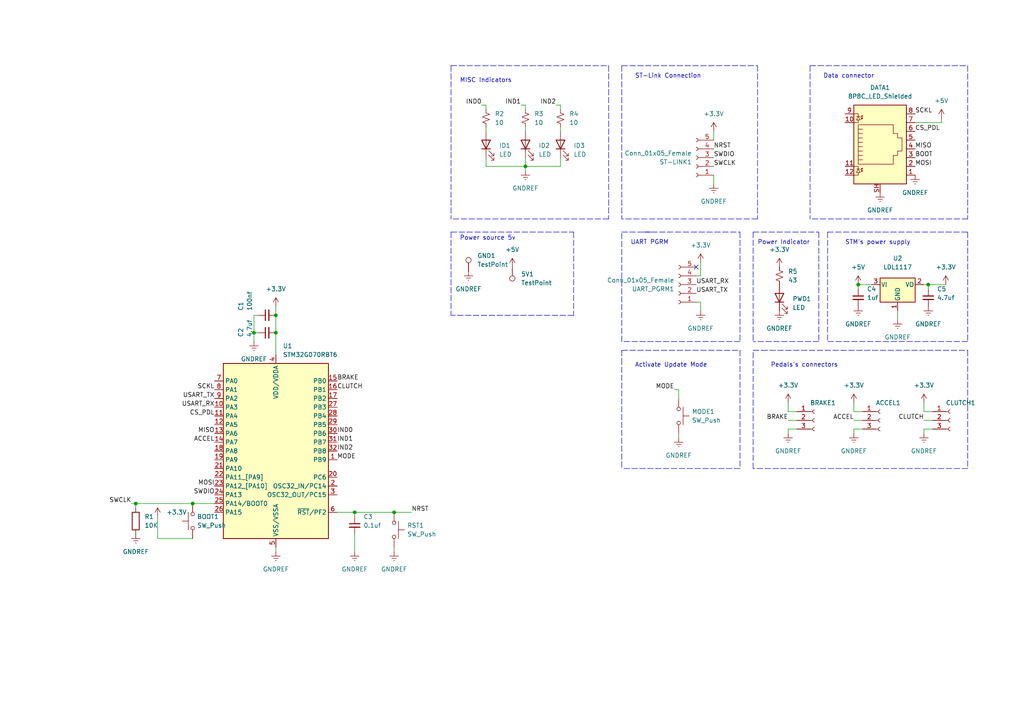
<source format=kicad_sch>
(kicad_sch (version 20211123) (generator eeschema)
  (paper "A4")
  (title_block (title "CAE32 pedals") (date "2023-01-30") (rev "1") (company "Techtep"))
  (lib_symbols
    (symbol "+5V_1" (power) (pin_names (offset 0))
      (property "Value" "+5V_1" (at 0 3.556 0))
      (symbol "+5V_1_0_1"
        (polyline (pts (xy -0.762 1.27) (xy 0 2.54)))
        (polyline (pts (xy 0 0) (xy 0 2.54)))
        (polyline (pts (xy 0 2.54) (xy 0.762 1.27)))
      )
      (symbol "+5V_1_1_1"
        (pin power_in line (at 0 0 90) (length 0) hide (name "+5V") (number "1"))
      )
    )
    (symbol "Connector:8P8C_LED_Shielded" (pin_names (offset 1.016))
      (property "Reference" "J" (at -5.08 13.97 0))
      (property "Value" "8P8C_LED_Shielded" (at 1.27 13.97 0))
      (symbol "8P8C_LED_Shielded_0_1"
        (polyline (pts (xy -7.62 -7.62) (xy -6.35 -7.62)))
        (polyline (pts (xy -7.62 -5.08) (xy -6.35 -5.08)))
        (polyline (pts (xy -7.62 7.62) (xy -6.35 7.62)))
        (polyline (pts (xy -7.62 10.16) (xy -6.35 10.16)))
        (polyline (pts (xy -6.858 -5.842) (xy -5.842 -5.842)))
        (polyline (pts (xy -6.858 9.398) (xy -5.842 9.398)))
        (polyline (pts (xy -6.35 -7.62) (xy -6.35 -6.858)))
        (polyline (pts (xy -6.35 -5.08) (xy -6.35 -5.842)))
        (polyline (pts (xy -6.35 7.62) (xy -6.35 8.382)))
        (polyline (pts (xy -6.35 10.16) (xy -6.35 9.398)))
        (polyline (pts (xy -5.08 -6.223) (xy -5.207 -6.604)))
        (polyline (pts (xy -5.08 -5.588) (xy -5.207 -5.969)))
        (polyline (pts (xy -5.08 4.445) (xy -6.35 4.445)))
        (polyline (pts (xy -5.08 5.715) (xy -6.35 5.715)))
        (polyline (pts (xy -5.08 9.017) (xy -5.207 8.636)))
        (polyline (pts (xy -5.08 9.652) (xy -5.207 9.271)))
        (polyline (pts (xy -6.35 -3.175) (xy -5.08 -3.175) (xy -5.08 -3.175)))
        (polyline (pts (xy -6.35 -1.905) (xy -5.08 -1.905) (xy -5.08 -1.905)))
        (polyline (pts (xy -6.35 -0.635) (xy -5.08 -0.635) (xy -5.08 -0.635)))
        (polyline (pts (xy -6.35 0.635) (xy -5.08 0.635) (xy -5.08 0.635)))
        (polyline (pts (xy -6.35 1.905) (xy -5.08 1.905) (xy -5.08 1.905)))
        (polyline (pts (xy -5.588 -6.731) (xy -5.08 -6.223) (xy -5.461 -6.35)))
        (polyline (pts (xy -5.588 -6.096) (xy -5.08 -5.588) (xy -5.461 -5.715)))
        (polyline (pts (xy -5.588 8.509) (xy -5.08 9.017) (xy -5.461 8.89)))
        (polyline (pts (xy -5.588 9.144) (xy -5.08 9.652) (xy -5.461 9.525)))
        (polyline (pts (xy -5.08 3.175) (xy -6.35 3.175) (xy -6.35 3.175)))
        (polyline (pts (xy -6.35 -5.842) (xy -6.858 -6.858) (xy -5.842 -6.858) (xy -6.35 -5.842)))
        (polyline (pts (xy -6.35 9.398) (xy -6.858 8.382) (xy -5.842 8.382) (xy -6.35 9.398)))
        (polyline (pts (xy -6.35 -4.445) (xy -6.35 6.985) (xy 3.81 6.985) (xy 3.81 4.445) (xy 5.08 4.445) (xy 5.08 3.175) (xy 6.35 3.175) (xy 6.35 -0.635) (xy 5.08 -0.635) (xy 5.08 -1.905) (xy 3.81 -1.905) (xy 3.81 -4.445) (xy -6.35 -4.445) (xy -6.35 -4.445)))
        (rectangle (start 7.62 12.7) (end -7.62 -10.16) (stroke (width 0.254)) (fill (type background)))
      )
      (symbol "8P8C_LED_Shielded_1_1"
        (pin passive line (at 10.16 -7.62 180) (length 2.54) (name "~") (number "1"))
        (pin passive line (at -10.16 7.62 0) (length 2.54) (name "~") (number "10"))
        (pin passive line (at -10.16 -5.08 0) (length 2.54) (name "~") (number "11"))
        (pin passive line (at -10.16 -7.62 0) (length 2.54) (name "~") (number "12"))
        (pin passive line (at 10.16 -5.08 180) (length 2.54) (name "~") (number "2"))
        (pin passive line (at 10.16 -2.54 180) (length 2.54) (name "~") (number "3"))
        (pin passive line (at 10.16 0 180) (length 2.54) (name "~") (number "4"))
        (pin passive line (at 10.16 2.54 180) (length 2.54) (name "~") (number "5"))
        (pin passive line (at 10.16 5.08 180) (length 2.54) (name "~") (number "6"))
        (pin passive line (at 10.16 7.62 180) (length 2.54) (name "~") (number "7"))
        (pin passive line (at 10.16 10.16 180) (length 2.54) (name "~") (number "8"))
        (pin passive line (at -10.16 10.16 0) (length 2.54) (name "~") (number "9"))
        (pin passive line (at 0 -12.7 90) (length 2.54) (name "~") (number "SH"))
      )
    )
    (symbol "Connector:Conn_01x03_Female" (pin_names (offset 1.016) hide)
      (property "Reference" "J" (at 0 5.08 0))
      (property "Value" "Conn_01x03_Female" (at 0 -5.08 0))
      (symbol "Conn_01x03_Female_1_1"
        (arc (start 0 -2.032) (mid -0.508 -2.54) (end 0 -3.048) (stroke (width 0.1524)))
        (polyline (pts (xy -1.27 -2.54) (xy -0.508 -2.54)) (stroke (width 0.1524)))
        (polyline (pts (xy -1.27 0) (xy -0.508 0)) (stroke (width 0.1524)))
        (polyline (pts (xy -1.27 2.54) (xy -0.508 2.54)) (stroke (width 0.1524)))
        (arc (start 0 0.508) (mid -0.508 0) (end 0 -0.508) (stroke (width 0.1524)))
        (arc (start 0 3.048) (mid -0.508 2.54) (end 0 2.032) (stroke (width 0.1524)))
        (pin passive line (at -5.08 2.54 0) (length 3.81) (name "Pin_1") (number "1"))
        (pin passive line (at -5.08 0 0) (length 3.81) (name "Pin_2") (number "2"))
        (pin passive line (at -5.08 -2.54 0) (length 3.81) (name "Pin_3") (number "3"))
      )
    )
    (symbol "Connector:Conn_01x05_Female" (pin_names (offset 1.016) hide)
      (property "Reference" "J" (at 0 7.62 0))
      (property "Value" "Conn_01x05_Female" (at 0 -7.62 0))
      (symbol "Conn_01x05_Female_1_1"
        (arc (start 0 -4.572) (mid -0.508 -5.08) (end 0 -5.588) (stroke (width 0.1524)))
        (arc (start 0 -2.032) (mid -0.508 -2.54) (end 0 -3.048) (stroke (width 0.1524)))
        (polyline (pts (xy -1.27 -5.08) (xy -0.508 -5.08)) (stroke (width 0.1524)))
        (polyline (pts (xy -1.27 -2.54) (xy -0.508 -2.54)) (stroke (width 0.1524)))
        (polyline (pts (xy -1.27 0) (xy -0.508 0)) (stroke (width 0.1524)))
        (polyline (pts (xy -1.27 2.54) (xy -0.508 2.54)) (stroke (width 0.1524)))
        (polyline (pts (xy -1.27 5.08) (xy -0.508 5.08)) (stroke (width 0.1524)))
        (arc (start 0 0.508) (mid -0.508 0) (end 0 -0.508) (stroke (width 0.1524)))
        (arc (start 0 3.048) (mid -0.508 2.54) (end 0 2.032) (stroke (width 0.1524)))
        (arc (start 0 5.588) (mid -0.508 5.08) (end 0 4.572) (stroke (width 0.1524)))
        (pin passive line (at -5.08 5.08 0) (length 3.81) (name "Pin_1") (number "1"))
        (pin passive line (at -5.08 2.54 0) (length 3.81) (name "Pin_2") (number "2"))
        (pin passive line (at -5.08 0 0) (length 3.81) (name "Pin_3") (number "3"))
        (pin passive line (at -5.08 -2.54 0) (length 3.81) (name "Pin_4") (number "4"))
        (pin passive line (at -5.08 -5.08 0) (length 3.81) (name "Pin_5") (number "5"))
      )
    )
    (symbol "Connector:TestPoint" (pin_numbers hide) (pin_names (offset 0.762) hide)
      (property "Reference" "TP" (at 0 6.858 0))
      (property "Value" "TestPoint" (at 0 5.08 0))
      (symbol "TestPoint_0_1"
        (circle (center 0 3.302) (radius 0.762))
      )
      (symbol "TestPoint_1_1"
        (pin passive line (at 0 0 90) (length 2.54) (name "1") (number "1"))
      )
    )
    (symbol "Device:C_Small" (pin_numbers hide) (pin_names (offset 0.254) hide)
      (property "Reference" "C" (at 0.254 1.778 0))
      (property "Value" "C_Small" (at 0.254 -2.032 0))
      (symbol "C_Small_0_1"
        (polyline (pts (xy -1.524 -0.508) (xy 1.524 -0.508)) (stroke (width 0.3302)))
        (polyline (pts (xy -1.524 0.508) (xy 1.524 0.508)) (stroke (width 0.3048)))
      )
      (symbol "C_Small_1_1"
        (pin passive line (at 0 2.54 270) (length 2.032) (name "~") (number "1"))
        (pin passive line (at 0 -2.54 90) (length 2.032) (name "~") (number "2"))
      )
    )
    (symbol "Device:LED" (pin_numbers hide) (pin_names (offset 1.016) hide)
      (property "Reference" "D" (at 0 2.54 0))
      (property "Value" "LED" (at 0 -2.54 0))
      (symbol "LED_0_1"
        (polyline (pts (xy -1.27 -1.27) (xy -1.27 1.27)) (stroke (width 0.254)))
        (polyline (pts (xy -1.27 0) (xy 1.27 0)))
        (polyline (pts (xy 1.27 -1.27) (xy 1.27 1.27) (xy -1.27 0) (xy 1.27 -1.27)) (stroke (width 0.254)))
        (polyline (pts (xy -3.048 -0.762) (xy -4.572 -2.286) (xy -3.81 -2.286) (xy -4.572 -2.286) (xy -4.572 -1.524)))
        (polyline (pts (xy -1.778 -0.762) (xy -3.302 -2.286) (xy -2.54 -2.286) (xy -3.302 -2.286) (xy -3.302 -1.524)))
      )
      (symbol "LED_1_1"
        (pin passive line (at -3.81 0 0) (length 2.54) (name "K") (number "1"))
        (pin passive line (at 3.81 0 180) (length 2.54) (name "A") (number "2"))
      )
    )
    (symbol "Device:R" (pin_numbers hide) (pin_names (offset 0))
      (property "Reference" "R" (at 2.032 0 90))
      (property "Value" "R" (at 0 0 90))
      (symbol "R_0_1"
        (rectangle (start -1.016 -2.54) (end 1.016 2.54) (stroke (width 0.254)))
      )
      (symbol "R_1_1"
        (pin passive line (at 0 3.81 270) (length 1.27) (name "~") (number "1"))
        (pin passive line (at 0 -3.81 90) (length 1.27) (name "~") (number "2"))
      )
    )
    (symbol "Device:R_Small_US" (pin_numbers hide) (pin_names (offset 0.254) hide)
      (property "Reference" "R" (at 0.762 0.508 0))
      (property "Value" "R_Small_US" (at 0.762 -1.016 0))
      (symbol "R_Small_US_1_1"
        (polyline (pts (xy 0 0) (xy 1.016 -0.381) (xy 0 -0.762) (xy -1.016 -1.143) (xy 0 -1.524)))
        (polyline (pts (xy 0 1.524) (xy 1.016 1.143) (xy 0 0.762) (xy -1.016 0.381) (xy 0 0)))
        (pin passive line (at 0 2.54 270) (length 1.016) (name "~") (number "1"))
        (pin passive line (at 0 -2.54 90) (length 1.016) (name "~") (number "2"))
      )
    )
    (symbol "GNDREF_1" (power) (pin_names (offset 0))
      (property "Value" "GNDREF_1" (at 0 -3.81 0))
      (symbol "GNDREF_1_0_1"
        (polyline (pts (xy -0.635 -1.905) (xy 0.635 -1.905)))
        (polyline (pts (xy -0.127 -2.54) (xy 0.127 -2.54)))
        (polyline (pts (xy 0 -1.27) (xy 0 0)))
        (polyline (pts (xy 1.27 -1.27) (xy -1.27 -1.27)))
      )
      (symbol "GNDREF_1_1_1"
        (pin power_in line (at 0 0 270) (length 0) hide (name "GNDREF") (number "1"))
      )
    )
    (symbol "MCU_ST_STM32G0:STM32G071KxT"
      (property "Reference" "U" (at -15.24 26.67 0))
      (property "Value" "STM32G071KxT" (at 1.27 26.67 0))
      (symbol "STM32G071KxT_0_1"
        (rectangle (start -15.24 -25.4) (end 15.24 25.4) (stroke (width 0.254)) (fill (type background)))
      )
      (symbol "STM32G071KxT_1_1"
        (pin bidirectional line (at 17.78 -2.54 180) (length 2.54) (name "PB9") (number "1"))
        (pin bidirectional line (at -17.78 12.7 0) (length 2.54) (name "PA3") (number "10"))
        (pin bidirectional line (at -17.78 10.16 0) (length 2.54) (name "PA4") (number "11"))
        (pin bidirectional line (at -17.78 7.62 0) (length 2.54) (name "PA5") (number "12"))
        (pin bidirectional line (at -17.78 5.08 0) (length 2.54) (name "PA6") (number "13"))
        (pin bidirectional line (at -17.78 2.54 0) (length 2.54) (name "PA7") (number "14"))
        (pin bidirectional line (at 17.78 20.32 180) (length 2.54) (name "PB0") (number "15"))
        (pin bidirectional line (at 17.78 17.78 180) (length 2.54) (name "PB1") (number "16"))
        (pin bidirectional line (at 17.78 15.24 180) (length 2.54) (name "PB2") (number "17"))
        (pin bidirectional line (at -17.78 0 0) (length 2.54) (name "PA8") (number "18"))
        (pin bidirectional line (at -17.78 -2.54 0) (length 2.54) (name "PA9") (number "19"))
        (pin bidirectional line (at 17.78 -10.16 180) (length 2.54) (name "OSC32_IN/PC14") (number "2"))
        (pin bidirectional line (at 17.78 -7.62 180) (length 2.54) (name "PC6") (number "20"))
        (pin bidirectional line (at -17.78 -5.08 0) (length 2.54) (name "PA10") (number "21"))
        (pin bidirectional line (at -17.78 -7.62 0) (length 2.54) (name "PA11_[PA9]") (number "22"))
        (pin bidirectional line (at -17.78 -10.16 0) (length 2.54) (name "PA12_[PA10]") (number "23"))
        (pin bidirectional line (at -17.78 -12.7 0) (length 2.54) (name "PA13") (number "24"))
        (pin bidirectional line (at -17.78 -15.24 0) (length 2.54) (name "PA14/BOOT0") (number "25"))
        (pin bidirectional line (at -17.78 -17.78 0) (length 2.54) (name "PA15") (number "26"))
        (pin bidirectional line (at 17.78 12.7 180) (length 2.54) (name "PB3") (number "27"))
        (pin bidirectional line (at 17.78 10.16 180) (length 2.54) (name "PB4") (number "28"))
        (pin bidirectional line (at 17.78 7.62 180) (length 2.54) (name "PB5") (number "29"))
        (pin bidirectional line (at 17.78 -12.7 180) (length 2.54) (name "OSC32_OUT/PC15") (number "3"))
        (pin bidirectional line (at 17.78 5.08 180) (length 2.54) (name "PB6") (number "30"))
        (pin bidirectional line (at 17.78 2.54 180) (length 2.54) (name "PB7") (number "31"))
        (pin bidirectional line (at 17.78 0 180) (length 2.54) (name "PB8") (number "32"))
        (pin power_in line (at 0 27.94 270) (length 2.54) (name "VDD/VDDA") (number "4"))
        (pin power_in line (at 0 -27.94 90) (length 2.54) (name "VSS/VSSA") (number "5"))
        (pin bidirectional line (at 17.78 -17.78 180) (length 2.54) (name "~{RST}/PF2") (number "6"))
        (pin bidirectional line (at -17.78 20.32 0) (length 2.54) (name "PA0") (number "7"))
        (pin bidirectional line (at -17.78 17.78 0) (length 2.54) (name "PA1") (number "8"))
        (pin bidirectional line (at -17.78 15.24 0) (length 2.54) (name "PA2") (number "9"))
      )
    )
    (symbol "Regulator_Linear:AP1117-33" (pin_names (offset 0.254))
      (property "Reference" "U" (at -3.81 3.175 0))
      (property "Value" "AP1117-33" (at 0 3.175 0))
      (symbol "AP1117-33_0_1"
        (rectangle (start -5.08 -5.08) (end 5.08 1.905) (stroke (width 0.254)) (fill (type background)))
      )
      (symbol "AP1117-33_1_1"
        (pin power_in line (at 0 -7.62 90) (length 2.54) (name "GND") (number "1"))
        (pin power_out line (at 7.62 0 180) (length 2.54) (name "VO") (number "2"))
        (pin power_in line (at -7.62 0 0) (length 2.54) (name "VI") (number "3"))
      )
    )
    (symbol "Switch:SW_Push" (pin_numbers hide) (pin_names (offset 1.016) hide)
      (property "Reference" "SW" (at 1.27 2.54 0))
      (property "Value" "SW_Push" (at 0 -1.524 0))
      (symbol "SW_Push_0_1"
        (circle (center -2.032 0) (radius 0.508))
        (polyline (pts (xy 0 1.27) (xy 0 3.048)))
        (polyline (pts (xy 2.54 1.27) (xy -2.54 1.27)))
        (circle (center 2.032 0) (radius 0.508))
        (pin passive line (at -5.08 0 0) (length 2.54) (name "1") (number "1"))
        (pin passive line (at 5.08 0 180) (length 2.54) (name "2") (number "2"))
      )
    )
    (symbol "power:+3.3V" (power) (pin_names (offset 0))
      (property "Value" "+3.3V" (at 0 3.556 0))
      (symbol "+3.3V_0_1"
        (polyline (pts (xy -0.762 1.27) (xy 0 2.54)))
        (polyline (pts (xy 0 0) (xy 0 2.54)))
        (polyline (pts (xy 0 2.54) (xy 0.762 1.27)))
      )
      (symbol "+3.3V_1_1"
        (pin power_in line (at 0 0 90) (length 0) hide (name "+3.3V") (number "1"))
      )
    )
    (symbol "power:+5V" (power) (pin_names (offset 0))
      (property "Value" "+5V" (at 0 3.556 0))
      (symbol "+5V_0_1"
        (polyline (pts (xy -0.762 1.27) (xy 0 2.54)))
        (polyline (pts (xy 0 0) (xy 0 2.54)))
        (polyline (pts (xy 0 2.54) (xy 0.762 1.27)))
      )
      (symbol "+5V_1_1"
        (pin power_in line (at 0 0 90) (length 0) hide (name "+5V") (number "1"))
      )
    )
    (symbol "power:GNDREF" (power) (pin_names (offset 0))
      (property "Value" "GNDREF" (at 0 -3.81 0))
      (symbol "GNDREF_0_1"
        (polyline (pts (xy -0.635 -1.905) (xy 0.635 -1.905)))
        (polyline (pts (xy -0.127 -2.54) (xy 0.127 -2.54)))
        (polyline (pts (xy 0 -1.27) (xy 0 0)))
        (polyline (pts (xy 1.27 -1.27) (xy -1.27 -1.27)))
      )
      (symbol "GNDREF_1_1"
        (pin power_in line (at 0 0 270) (length 0) hide (name "GNDREF") (number "1"))
      )
    )
  )
  (junction (at 80.01 91.44))
  (junction (at 114.3 148.59))
  (junction (at 269.24 82.55))
  (junction (at 39.37 146.05))
  (junction (at 55.88 146.05))
  (junction (at 102.87 148.59))
  (junction (at 248.92 82.55))
  (junction (at 80.01 96.52))
  (junction (at 152.4 48.26))
  (junction (at 73.66 96.52))
  (no_connect (at 201.93 77.47))
  (wire (pts (xy 152.4 36.83) (xy 152.4 38.1)))
  (wire (pts (xy 269.24 82.55) (xy 269.24 83.82)))
  (wire (pts (xy 196.85 113.03) (xy 196.85 115.57)))
  (wire (pts (xy 162.56 31.75) (xy 162.56 30.48)))
  (polyline (pts (xy 218.44 101.6) (xy 220.98 101.6)))
  (wire (pts (xy 162.56 36.83) (xy 162.56 38.1)))
  (wire (pts (xy 39.37 146.05) (xy 55.88 146.05)))
  (polyline (pts (xy 180.34 67.31) (xy 189.23 67.31)))
  (polyline (pts (xy 166.37 67.31) (xy 166.37 91.44)))
  (polyline (pts (xy 218.44 67.31) (xy 218.44 99.06)))
  (polyline (pts (xy 214.63 101.6) (xy 214.63 135.89)))
  (wire (pts (xy 269.24 82.55) (xy 274.32 82.55)))
  (polyline (pts (xy 180.34 19.05) (xy 180.34 63.5)))
  (wire (pts (xy 195.58 113.03) (xy 196.85 113.03)))
  (wire (pts (xy 203.2 90.17) (xy 203.2 87.63)))
  (wire (pts (xy 267.97 119.38) (xy 270.51 119.38)))
  (wire (pts (xy 247.65 116.84) (xy 247.65 119.38)))
  (wire (pts (xy 140.97 31.75) (xy 140.97 30.48)))
  (wire (pts (xy 74.93 91.44) (xy 73.66 91.44)))
  (wire (pts (xy 80.01 91.44) (xy 80.01 96.52)))
  (wire (pts (xy 140.97 36.83) (xy 140.97 38.1)))
  (wire (pts (xy 247.65 124.46) (xy 250.19 124.46)))
  (wire (pts (xy 203.2 80.01) (xy 203.2 76.2)))
  (wire (pts (xy 140.97 45.72) (xy 140.97 48.26)))
  (wire (pts (xy 80.01 96.52) (xy 80.01 102.87)))
  (polyline (pts (xy 180.34 101.6) (xy 214.63 101.6)))
  (polyline (pts (xy 234.95 19.05) (xy 234.95 63.5)))
  (polyline (pts (xy 234.95 19.05) (xy 280.67 19.05)))
  (wire (pts (xy 152.4 30.48) (xy 151.13 30.48)))
  (polyline (pts (xy 280.67 135.89) (xy 218.44 135.89)))
  (polyline (pts (xy 240.03 67.31) (xy 280.67 67.31)))
  (wire (pts (xy 228.6 125.73) (xy 228.6 124.46)))
  (wire (pts (xy 207.01 38.1) (xy 207.01 40.64)))
  (wire (pts (xy 196.85 125.73) (xy 196.85 127)))
  (wire (pts (xy 267.97 125.73) (xy 267.97 124.46)))
  (polyline (pts (xy 180.34 99.06) (xy 180.34 67.31)))
  (wire (pts (xy 260.35 90.17) (xy 260.35 92.71)))
  (polyline (pts (xy 219.71 19.05) (xy 219.71 63.5)))
  (polyline (pts (xy 218.44 67.31) (xy 237.49 67.31)))
  (polyline (pts (xy 280.67 19.05) (xy 280.67 63.5)))
  (polyline (pts (xy 219.71 63.5) (xy 180.34 63.5)))
  (polyline (pts (xy 180.34 19.05) (xy 219.71 19.05)))
  (wire (pts (xy 228.6 116.84) (xy 228.6 119.38)))
  (wire (pts (xy 140.97 30.48) (xy 139.7 30.48)))
  (wire (pts (xy 114.3 148.59) (xy 119.38 148.59)))
  (wire (pts (xy 247.65 119.38) (xy 250.19 119.38)))
  (wire (pts (xy 73.66 91.44) (xy 73.66 96.52)))
  (wire (pts (xy 267.97 124.46) (xy 270.51 124.46)))
  (wire (pts (xy 73.66 96.52) (xy 74.93 96.52)))
  (polyline (pts (xy 130.81 19.05) (xy 130.81 63.5)))
  (wire (pts (xy 55.88 156.21) (xy 45.72 156.21)))
  (wire (pts (xy 102.87 154.94) (xy 102.87 160.02)))
  (polyline (pts (xy 240.03 67.31) (xy 240.03 99.06)))
  (wire (pts (xy 267.97 116.84) (xy 267.97 119.38)))
  (wire (pts (xy 162.56 48.26) (xy 152.4 48.26)))
  (polyline (pts (xy 186.69 67.31) (xy 214.63 67.31)))
  (polyline (pts (xy 280.67 101.6) (xy 280.67 135.89)))
  (wire (pts (xy 80.01 158.75) (xy 80.01 160.02)))
  (wire (pts (xy 228.6 124.46) (xy 231.14 124.46)))
  (polyline (pts (xy 280.67 67.31) (xy 280.67 99.06)))
  (polyline (pts (xy 166.37 91.44) (xy 130.81 91.44)))
  (wire (pts (xy 140.97 48.26) (xy 152.4 48.26)))
  (wire (pts (xy 38.1 146.05) (xy 39.37 146.05)))
  (polyline (pts (xy 130.81 67.31) (xy 130.81 91.44)))
  (wire (pts (xy 273.05 34.29) (xy 273.05 35.56)))
  (polyline (pts (xy 237.49 67.31) (xy 237.49 99.06)))
  (polyline (pts (xy 214.63 135.89) (xy 180.34 135.89)))
  (polyline (pts (xy 214.63 67.31) (xy 214.63 99.06)))
  (wire (pts (xy 273.05 35.56) (xy 265.43 35.56)))
  (wire (pts (xy 152.4 45.72) (xy 152.4 48.26)))
  (wire (pts (xy 162.56 45.72) (xy 162.56 48.26)))
  (wire (pts (xy 228.6 119.38) (xy 231.14 119.38)))
  (wire (pts (xy 152.4 48.26) (xy 152.4 49.53)))
  (polyline (pts (xy 130.81 19.05) (xy 176.53 19.05)))
  (polyline (pts (xy 130.81 67.31) (xy 166.37 67.31)))
  (polyline (pts (xy 280.67 99.06) (xy 240.03 99.06)))
  (wire (pts (xy 162.56 30.48) (xy 161.29 30.48)))
  (wire (pts (xy 102.87 148.59) (xy 114.3 148.59)))
  (wire (pts (xy 267.97 82.55) (xy 269.24 82.55)))
  (wire (pts (xy 267.97 121.92) (xy 270.51 121.92)))
  (wire (pts (xy 73.66 99.06) (xy 73.66 96.52)))
  (wire (pts (xy 228.6 121.92) (xy 231.14 121.92)))
  (polyline (pts (xy 176.53 63.5) (xy 130.81 63.5)))
  (wire (pts (xy 97.79 148.59) (xy 102.87 148.59)))
  (polyline (pts (xy 220.98 101.6) (xy 280.67 101.6)))
  (wire (pts (xy 114.3 158.75) (xy 114.3 160.02)))
  (wire (pts (xy 102.87 148.59) (xy 102.87 149.86)))
  (wire (pts (xy 248.92 82.55) (xy 252.73 82.55)))
  (wire (pts (xy 152.4 31.75) (xy 152.4 30.48)))
  (wire (pts (xy 248.92 82.55) (xy 248.92 83.82)))
  (wire (pts (xy 45.72 156.21) (xy 45.72 149.86)))
  (polyline (pts (xy 214.63 99.06) (xy 180.34 99.06)))
  (wire (pts (xy 247.65 121.92) (xy 250.19 121.92)))
  (polyline (pts (xy 180.34 101.6) (xy 180.34 104.14)))
  (wire (pts (xy 39.37 146.05) (xy 39.37 147.32)))
  (wire (pts (xy 201.93 80.01) (xy 203.2 80.01)))
  (polyline (pts (xy 180.34 104.14) (xy 180.34 135.89)))
  (wire (pts (xy 80.01 88.9) (xy 80.01 91.44)))
  (polyline (pts (xy 237.49 99.06) (xy 218.44 99.06)))
  (wire (pts (xy 247.65 125.73) (xy 247.65 124.46)))
  (polyline (pts (xy 218.44 135.89) (xy 218.44 101.6)))
  (wire (pts (xy 203.2 87.63) (xy 201.93 87.63)))
  (wire (pts (xy 207.01 50.8) (xy 207.01 53.34)))
  (polyline (pts (xy 176.53 19.05) (xy 176.53 63.5)))
  (wire (pts (xy 55.88 146.05) (xy 62.23 146.05)))
  (polyline (pts (xy 280.67 63.5) (xy 234.95 63.5)))
  (text "ST-Link Connection" (at 184.15 22.86 0) (effects (font (size 1.27 1.27)) (justify left bottom)))
  (text "STM's power supply" (at 245.11 71.12 0) (effects (font (size 1.27 1.27)) (justify left bottom)))
  (text "Pedals's connectors" (at 223.52 106.68 0) (effects (font (size 1.27 1.27)) (justify left bottom)))
  (text "Activate Update Mode" (at 184.15 106.68 0) (effects (font (size 1.27 1.27)) (justify left bottom)))
  (text "Power source 5v\n" (at 133.35 69.85 0) (effects (font (size 1.27 1.27)) (justify left bottom)))
  (text "MISC Indicators" (at 133.35 24.13 0) (effects (font (size 1.27 1.27)) (justify left bottom)))
  (text "Power Indicator" (at 219.71 71.12 0) (effects (font (size 1.27 1.27)) (justify left bottom)))
  (text "UART PGRM\n" (at 182.88 71.12 0) (effects (font (size 1.27 1.27)) (justify left bottom)))
  (text "Data connector" (at 238.76 22.86 0) (effects (font (size 1.27 1.27)) (justify left bottom)))
  (label "SWDIO" (at 62.23 143.51 180))
  (label "NRST" (at 207.01 43.18 0))
  (label "MODE" (at 195.58 113.03 180))
  (label "IND0" (at 139.7 30.48 180))
  (label "MOSI" (at 62.23 140.97 180))
  (label "CS_PDL" (at 265.43 38.1 0))
  (label "BRAKE" (at 97.79 110.49 0))
  (label "SWCLK" (at 38.1 146.05 180))
  (label "BRAKE" (at 228.6 121.92 180))
  (label "SCKL" (at 62.23 113.03 180))
  (label "IND2" (at 97.79 130.81 0))
  (label "ACCEL" (at 62.23 128.27 180))
  (label "CLUTCH" (at 97.79 113.03 0))
  (label "ACCEL" (at 247.65 121.92 180))
  (label "SWDIO" (at 207.01 45.72 0))
  (label "SCKL" (at 265.43 33.02 0))
  (label "NRST" (at 119.38 148.59 0))
  (label "MISO" (at 265.43 43.18 0))
  (label "MODE" (at 97.79 133.35 0))
  (label "CS_PDL" (at 62.23 120.65 180))
  (label "MOSI" (at 265.43 48.26 0))
  (label "USART_TX" (at 201.93 85.09 0))
  (label "USART_TX" (at 62.23 115.57 180))
  (label "IND0" (at 97.79 125.73 0))
  (label "IND2" (at 161.29 30.48 180))
  (label "SWCLK" (at 207.01 48.26 0))
  (label "CLUTCH" (at 267.97 121.92 180))
  (label "USART_RX" (at 201.93 82.55 0))
  (label "IND1" (at 97.79 128.27 0))
  (label "IND1" (at 151.13 30.48 180))
  (label "BOOT" (at 265.43 45.72 0))
  (label "USART_RX" (at 62.23 118.11 180))
  (label "MISO" (at 62.23 125.73 180))
  (symbol (lib_id "power:GNDREF") (at 207.01 53.34 0) (unit 1)
    (property "Reference" "#PWR013" (effects hide))
    (property "Value" "GNDREF" (at 207.01 58.42 0))
  )
  (symbol (lib_id "power:+3.3V") (at 226.06 77.47 0) (unit 1)
    (property "Reference" "#PWR014" (effects hide))
    (property "Value" "+3.3V" (at 226.06 72.39 0))
  )
  (symbol (lib_id "Device:R_Small_US") (at 162.56 34.29 0) (unit 1)
    (property "Reference" "R4" (at 165.1 33.0199 0) (effects (justify left)))
    (property "Value" "10" (at 165.1 35.5599 0) (effects (justify left)))
    (property "Footprint" "Resistor_SMD:R_0805_2012Metric_Pad1.20x1.40mm_HandSolder" (effects hide))
  )
  (symbol (lib_id "power:GNDREF") (at 114.3 160.02 0) (unit 1)
    (property "Reference" "#PWR07" (effects hide))
    (property "Value" "GNDREF" (at 114.3 165.1 0))
  )
  (symbol (lib_id "power:GNDREF") (at 269.24 88.9 0) (unit 1)
    (property "Reference" "#PWR028" (effects hide))
    (property "Value" "GNDREF" (at 269.24 93.98 0))
  )
  (symbol (lib_id "Regulator_Linear:AP1117-33") (at 260.35 82.55 0) (unit 1)
    (property "Reference" "U2" (at 260.35 74.93 0))
    (property "Value" "LDL1117" (at 260.35 77.47 0))
    (property "Footprint" "Package_TO_SOT_SMD:SOT-223-3_TabPin2" (effects hide))
    (property "Datasheet" "http://www.diodes.com/datasheets/AP1117.pdf" (effects hide))
  )
  (symbol (lib_id "Device:LED") (at 152.4 41.91 90) (unit 1)
    (property "Reference" "ID2" (at 156.21 42.2274 90) (effects (justify right)))
    (property "Value" "LED" (at 156.21 44.7674 90) (effects (justify right)))
    (property "Footprint" "LED_SMD:LED_0805_2012Metric_Pad1.15x1.40mm_HandSolder" (effects hide))
  )
  (symbol (lib_id "power:GNDREF") (at 80.01 160.02 0) (unit 1)
    (property "Reference" "#PWR05" (effects hide))
    (property "Value" "GNDREF" (at 80.01 165.1 0))
  )
  (symbol (lib_id "Device:C_Small") (at 269.24 86.36 0) (unit 1)
    (property "Reference" "C5" (at 271.78 83.82 0) (effects (justify left)))
    (property "Value" "4.7uf" (at 271.78 86.36 0) (effects (justify left)))
    (property "Footprint" "Capacitor_SMD:C_0805_2012Metric_Pad1.18x1.45mm_HandSolder" (effects hide))
  )
  (symbol (lib_id "Device:R_Small_US") (at 226.06 80.01 0) (unit 1)
    (property "Reference" "R5" (at 228.6 78.7399 0) (effects (justify left)))
    (property "Value" "43" (at 228.6 81.2799 0) (effects (justify left)))
    (property "Footprint" "Resistor_SMD:R_0805_2012Metric_Pad1.20x1.40mm_HandSolder" (effects hide))
  )
  (symbol (lib_id "Switch:SW_Push") (at 114.3 153.67 270) (unit 1)
    (property "Reference" "RST1" (at 118.11 152.3999 90) (effects (justify left)))
    (property "Value" "SW_Push" (at 118.11 154.9399 90) (effects (justify left)))
    (property "Footprint" "Button_Switch_SMD:Panasonic_EVQPUM_EVQPUD" (effects hide))
  )
  (symbol (lib_id "Connector:8P8C_LED_Shielded") (at 255.27 43.18 0) (unit 1)
    (property "Reference" "DATA1" (at 255.27 25.4 0))
    (property "Value" "8P8C_LED_Shielded" (at 255.27 27.94 0))
    (property "Footprint" "Connector_RJ:RJ45_Amphenol_RJHSE538X" (effects hide))
  )
  (symbol (lib_id "power:+5V") (at 248.92 82.55 0) (mirror y) (unit 1)
    (property "Reference" "#PWR020" (effects hide))
    (property "Value" "+5V" (at 248.92 77.47 0))
  )
  (symbol (lib_id "power:+3.3V") (at 274.32 82.55 0) (unit 1)
    (property "Reference" "#PWR030" (effects hide))
    (property "Value" "+3.3V" (at 274.32 77.47 0))
  )
  (symbol (lib_id "Device:LED") (at 162.56 41.91 90) (unit 1)
    (property "Reference" "ID3" (at 166.37 42.2274 90) (effects (justify right)))
    (property "Value" "LED" (at 166.37 44.7674 90) (effects (justify right)))
    (property "Footprint" "LED_SMD:LED_0805_2012Metric_Pad1.15x1.40mm_HandSolder" (effects hide))
  )
  (symbol (lib_id "power:GNDREF") (at 196.85 127 0) (unit 1)
    (property "Reference" "#PWR09" (effects hide))
    (property "Value" "GNDREF" (at 196.85 132.08 0))
  )
  (symbol (lib_id "power:+3.3V") (at 203.2 76.2 0) (unit 1)
    (property "Reference" "#PWR010" (effects hide))
    (property "Value" "+3.3V" (at 203.2 71.12 0))
  )
  (symbol (lib_id "power:GNDREF") (at 247.65 125.73 0) (unit 1)
    (property "Reference" "#PWR019" (effects hide))
    (property "Value" "GNDREF" (at 247.65 130.81 0))
  )
  (symbol (lib_id "Device:C_Small") (at 77.47 91.44 90) (unit 1)
    (property "Reference" "C1" (at 69.85 90.17 0) (effects (justify left)))
    (property "Value" "100nf" (at 72.39 90.17 0) (effects (justify left)))
    (property "Footprint" "Capacitor_SMD:C_0805_2012Metric_Pad1.18x1.45mm_HandSolder" (effects hide))
  )
  (symbol (lib_id "power:+3.3V") (at 207.01 38.1 0) (unit 1)
    (property "Reference" "#PWR012" (effects hide))
    (property "Value" "+3.3V" (at 207.01 33.02 0))
  )
  (symbol (lib_id "power:GNDREF") (at 226.06 90.17 0) (unit 1)
    (property "Reference" "#PWR015" (effects hide))
    (property "Value" "GNDREF" (at 226.06 95.25 0))
  )
  (symbol (lib_id "power:+3.3V") (at 228.6 116.84 0) (unit 1)
    (property "Reference" "#PWR016" (effects hide))
    (property "Value" "+3.3V" (at 228.6 111.76 0))
  )
  (symbol (lib_id "power:GNDREF") (at 255.27 55.88 0) (unit 1)
    (property "Reference" "#PWR022" (effects hide))
    (property "Value" "GNDREF" (at 255.27 60.96 0))
  )
  (symbol (lib_id "power:GNDREF") (at 228.6 125.73 0) (unit 1)
    (property "Reference" "#PWR017" (effects hide))
    (property "Value" "GNDREF" (at 228.6 130.81 0))
  )
  (symbol (lib_id "Device:R_Small_US") (at 152.4 34.29 0) (unit 1)
    (property "Reference" "R3" (at 154.94 33.0199 0) (effects (justify left)))
    (property "Value" "10" (at 154.94 35.5599 0) (effects (justify left)))
    (property "Footprint" "Resistor_SMD:R_0805_2012Metric_Pad1.20x1.40mm_HandSolder" (effects hide))
  )
  (symbol (lib_id "power:+5V") (at 273.05 34.29 0) (unit 1)
    (property "Reference" "#PWR029" (effects hide))
    (property "Value" "+5V" (at 273.05 29.21 0))
  )
  (symbol (lib_id "power:GNDREF") (at 265.43 50.8 0) (unit 1)
    (property "Reference" "#PWR025" (effects hide))
    (property "Value" "GNDREF" (at 265.43 55.88 0))
  )
  (symbol (lib_id "Device:LED") (at 140.97 41.91 90) (unit 1)
    (property "Reference" "ID1" (at 144.78 42.2274 90) (effects (justify right)))
    (property "Value" "LED" (at 144.78 44.7674 90) (effects (justify right)))
    (property "Footprint" "LED_SMD:LED_0805_2012Metric_Pad1.15x1.40mm_HandSolder" (effects hide))
  )
  (symbol (lib_id "power:GNDREF") (at 203.2 90.17 0) (unit 1)
    (property "Reference" "#PWR011" (effects hide))
    (property "Value" "GNDREF" (at 203.2 95.25 0))
  )
  (symbol (lib_id "Device:C_Small") (at 248.92 86.36 0) (unit 1)
    (property "Reference" "C4" (at 251.46 83.82 0) (effects (justify left)))
    (property "Value" "1uf" (at 251.46 86.36 0) (effects (justify left)))
    (property "Footprint" "Capacitor_SMD:C_0805_2012Metric_Pad1.18x1.45mm_HandSolder" (effects hide))
  )
  (symbol (lib_id "Connector:Conn_01x05_Female") (at 201.93 45.72 180) (unit 1)
    (property "Reference" "ST-LINK1" (at 200.66 46.9901 0) (effects (justify left)))
    (property "Value" "Conn_01x05_Female" (at 200.66 44.4501 0) (effects (justify left)))
    (property "Footprint" "Connector_PinHeader_2.54mm:PinHeader_1x05_P2.54mm_Vertical" (effects hide))
  )
  (symbol (lib_id "power:+3.3V") (at 267.97 116.84 0) (unit 1)
    (property "Reference" "#PWR026" (effects hide))
    (property "Value" "+3.3V" (at 267.97 111.76 0))
  )
  (symbol (lib_id "Connector:TestPoint") (at 135.89 78.74 0) (unit 1)
    (property "Reference" "GND1" (at 138.43 74.1679 0) (effects (justify left)))
    (property "Value" "TestPoint" (at 138.43 76.7079 0) (effects (justify left)))
    (property "Footprint" "TestPoint:TestPoint_Pad_D3.0mm" (effects hide))
  )
  (symbol (lib_id "Connector:Conn_01x05_Female") (at 196.85 82.55 180) (unit 1)
    (property "Reference" "UART_PGRM1" (at 195.58 83.8201 0) (effects (justify left)))
    (property "Value" "Conn_01x05_Female" (at 195.58 81.2801 0) (effects (justify left)))
    (property "Footprint" "Connector_PinHeader_2.54mm:PinHeader_1x05_P2.54mm_Vertical" (effects hide))
  )
  (symbol (lib_id "Switch:SW_Push") (at 55.88 151.13 90) (unit 1)
    (property "Reference" "BOOT1" (at 57.15 149.8599 90) (effects (justify right)))
    (property "Value" "SW_Push" (at 57.15 152.3999 90) (effects (justify right)))
    (property "Footprint" "Button_Switch_SMD:Panasonic_EVQPUM_EVQPUD" (effects hide))
  )
  (symbol (lib_id "Connector:Conn_01x03_Female") (at 255.27 121.92 0) (unit 1)
    (property "Reference" "ACCEL1" (at 254 116.84 0) (effects (justify left)))
    (property "Value" "Conn_01x03_Female" (effects hide))
    (property "Footprint" "Connector_JST:JST_EH_B3B-EH-A_1x03_P2.50mm_Vertical" (effects hide))
  )
  (symbol (lib_id "power:GNDREF") (at 73.66 99.06 0) (unit 1)
    (property "Reference" "#PWR03" (effects hide))
    (property "Value" "GNDREF" (at 73.66 104.14 0))
  )
  (symbol (lib_id "power:GNDREF") (at 248.92 88.9 0) (unit 1)
    (property "Reference" "#PWR021" (effects hide))
    (property "Value" "GNDREF" (at 248.92 93.98 0))
  )
  (symbol (lib_id "Device:C_Small") (at 77.47 96.52 90) (unit 1)
    (property "Reference" "C2" (at 69.85 97.79 0) (effects (justify left)))
    (property "Value" "4.7uf" (at 72.39 97.79 0) (effects (justify left)))
    (property "Footprint" "Capacitor_SMD:C_0805_2012Metric_Pad1.18x1.45mm_HandSolder" (effects hide))
  )
  (symbol (lib_id "power:+3.3V") (at 80.01 88.9 0) (unit 1)
    (property "Reference" "#PWR04" (effects hide))
    (property "Value" "+3.3V" (at 80.01 83.82 0))
  )
  (symbol (lib_id "power:+3.3V") (at 45.72 149.86 0) (unit 1)
    (property "Reference" "#PWR02" (effects hide))
    (property "Value" "+3.3V" (at 48.26 148.5899 0) (effects (justify left)))
  )
  (symbol (lib_id "Device:C_Small") (at 102.87 152.4 0) (unit 1)
    (property "Reference" "C3" (at 105.41 149.86 0) (effects (justify left)))
    (property "Value" "0.1uf" (at 105.41 152.4 0) (effects (justify left)))
    (property "Footprint" "Capacitor_SMD:C_0805_2012Metric_Pad1.18x1.45mm_HandSolder" (effects hide))
  )
  (symbol (lib_name "+5V_1") (lib_id "power:+5V") (at 148.59 77.47 0) (unit 1)
    (property "Reference" "#PWR031" (effects hide))
    (property "Value" "+5V" (at 148.59 72.39 0))
  )
  (symbol (lib_id "Connector:Conn_01x03_Female") (at 236.22 121.92 0) (unit 1)
    (property "Reference" "BRAKE1" (at 234.95 116.84 0) (effects (justify left)))
    (property "Value" "Conn_01x03_Female" (effects hide))
    (property "Footprint" "Connector_JST:JST_EH_B3B-EH-A_1x03_P2.50mm_Vertical" (effects hide))
  )
  (symbol (lib_id "Connector:Conn_01x03_Female") (at 275.59 121.92 0) (unit 1)
    (property "Reference" "CLUTCH1" (at 274.32 116.84 0) (effects (justify left)))
    (property "Value" "Conn_01x03_Female" (effects hide))
    (property "Footprint" "Connector_JST:JST_EH_B3B-EH-A_1x03_P2.50mm_Vertical" (effects hide))
  )
  (symbol (lib_id "Connector:TestPoint") (at 148.59 77.47 180) (unit 1)
    (property "Reference" "5V1" (at 151.13 79.5019 0) (effects (justify right)))
    (property "Value" "TestPoint" (at 151.13 82.0419 0) (effects (justify right)))
    (property "Footprint" "TestPoint:TestPoint_Pad_D3.0mm" (effects hide))
  )
  (symbol (lib_id "Switch:SW_Push") (at 196.85 120.65 270) (unit 1)
    (property "Reference" "MODE1" (at 200.66 119.3799 90) (effects (justify left)))
    (property "Value" "SW_Push" (at 200.66 121.9199 90) (effects (justify left)))
    (property "Footprint" "Button_Switch_SMD:SW_Push_1P1T_NO_6x6mm_H9.5mm" (effects hide))
  )
  (symbol (lib_id "Device:R_Small_US") (at 140.97 34.29 0) (unit 1)
    (property "Reference" "R2" (at 143.51 33.0199 0) (effects (justify left)))
    (property "Value" "10" (at 143.51 35.5599 0) (effects (justify left)))
    (property "Footprint" "Resistor_SMD:R_0805_2012Metric_Pad1.20x1.40mm_HandSolder" (effects hide))
  )
  (symbol (lib_id "MCU_ST_STM32G0:STM32G071KxT") (at 80.01 130.81 0) (unit 1)
    (property "Reference" "U1" (at 82.0294 100.33 0) (effects (justify left)))
    (property "Value" "STM32G070RBT6" (at 82.0294 102.87 0) (effects (justify left)))
    (property "Footprint" "Package_QFP:LQFP-32_7x7mm_P0.8mm" (effects hide))
    (property "Datasheet" "https://www.st.com/resource/en/datasheet/stm32g071kb.pdf" (effects hide))
  )
  (symbol (lib_id "power:GNDREF") (at 102.87 160.02 0) (unit 1)
    (property "Reference" "#PWR06" (effects hide))
    (property "Value" "GNDREF" (at 102.87 165.1 0))
  )
  (symbol (lib_id "Device:LED") (at 226.06 86.36 90) (unit 1)
    (property "Reference" "PWD1" (at 229.87 86.6774 90) (effects (justify right)))
    (property "Value" "LED" (at 229.87 89.2174 90) (effects (justify right)))
    (property "Footprint" "LED_SMD:LED_0805_2012Metric_Pad1.15x1.40mm_HandSolder" (effects hide))
  )
  (symbol (lib_id "power:+3.3V") (at 247.65 116.84 0) (unit 1)
    (property "Reference" "#PWR018" (effects hide))
    (property "Value" "+3.3V" (at 247.65 111.76 0))
  )
  (symbol (lib_id "power:GNDREF") (at 260.35 92.71 0) (unit 1)
    (property "Reference" "#PWR023" (effects hide))
    (property "Value" "GNDREF" (at 260.35 97.79 0))
  )
  (symbol (lib_name "GNDREF_1") (lib_id "power:GNDREF") (at 135.89 78.74 0) (unit 1)
    (property "Reference" "#PWR024" (effects hide))
    (property "Value" "GNDREF" (at 135.89 83.82 0))
  )
  (symbol (lib_id "power:GNDREF") (at 267.97 125.73 0) (unit 1)
    (property "Reference" "#PWR027" (effects hide))
    (property "Value" "GNDREF" (at 267.97 130.81 0))
  )
  (symbol (lib_id "power:GNDREF") (at 152.4 49.53 0) (unit 1)
    (property "Reference" "#PWR08" (effects hide))
    (property "Value" "GNDREF" (at 152.4 54.61 0))
  )
  (symbol (lib_id "Device:R") (at 39.37 151.13 0) (unit 1)
    (property "Reference" "R1" (at 41.91 149.8599 0) (effects (justify left)))
    (property "Value" "10K" (at 41.91 152.3999 0) (effects (justify left)))
    (property "Footprint" "Resistor_SMD:R_0805_2012Metric_Pad1.20x1.40mm_HandSolder" (effects hide))
  )
  (symbol (lib_id "power:GNDREF") (at 39.37 154.94 0) (unit 1)
    (property "Reference" "#PWR01" (effects hide))
    (property "Value" "GNDREF" (at 39.37 160.02 0))
  )
)
</source>
